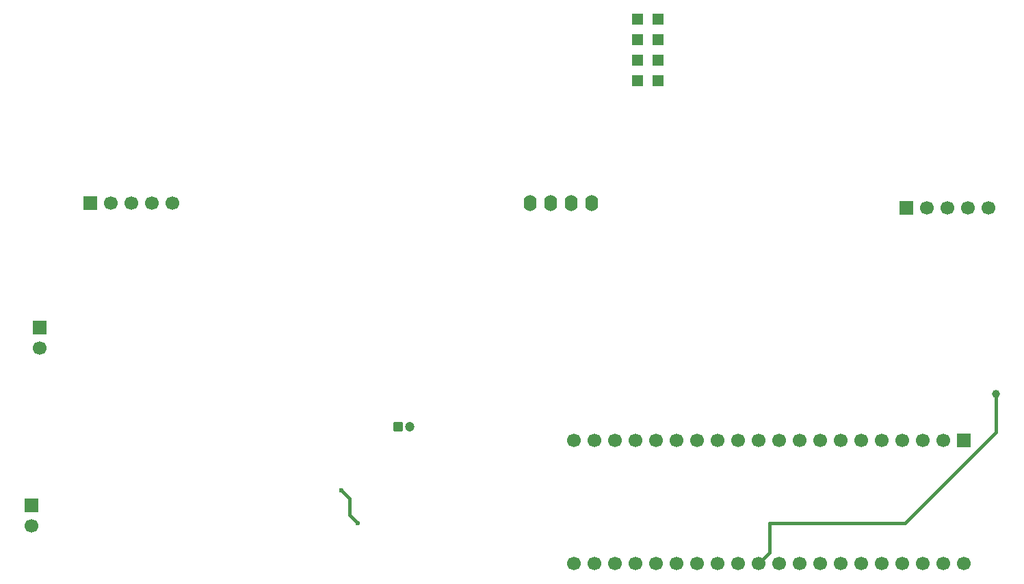
<source format=gtl>
%TF.GenerationSoftware,KiCad,Pcbnew,9.0.2*%
%TF.CreationDate,2025-07-07T16:52:20+05:30*%
%TF.ProjectId,Joystick,4a6f7973-7469-4636-9b2e-6b696361645f,rev?*%
%TF.SameCoordinates,Original*%
%TF.FileFunction,Copper,L1,Top*%
%TF.FilePolarity,Positive*%
%FSLAX46Y46*%
G04 Gerber Fmt 4.6, Leading zero omitted, Abs format (unit mm)*
G04 Created by KiCad (PCBNEW 9.0.2) date 2025-07-07 16:52:20*
%MOMM*%
%LPD*%
G01*
G04 APERTURE LIST*
G04 Aperture macros list*
%AMRoundRect*
0 Rectangle with rounded corners*
0 $1 Rounding radius*
0 $2 $3 $4 $5 $6 $7 $8 $9 X,Y pos of 4 corners*
0 Add a 4 corners polygon primitive as box body*
4,1,4,$2,$3,$4,$5,$6,$7,$8,$9,$2,$3,0*
0 Add four circle primitives for the rounded corners*
1,1,$1+$1,$2,$3*
1,1,$1+$1,$4,$5*
1,1,$1+$1,$6,$7*
1,1,$1+$1,$8,$9*
0 Add four rect primitives between the rounded corners*
20,1,$1+$1,$2,$3,$4,$5,0*
20,1,$1+$1,$4,$5,$6,$7,0*
20,1,$1+$1,$6,$7,$8,$9,0*
20,1,$1+$1,$8,$9,$2,$3,0*%
G04 Aperture macros list end*
%TA.AperFunction,ComponentPad*%
%ADD10R,1.700000X1.700000*%
%TD*%
%TA.AperFunction,ComponentPad*%
%ADD11C,1.700000*%
%TD*%
%TA.AperFunction,ComponentPad*%
%ADD12O,1.600000X2.000000*%
%TD*%
%TA.AperFunction,ComponentPad*%
%ADD13R,1.408000X1.408000*%
%TD*%
%TA.AperFunction,ComponentPad*%
%ADD14RoundRect,0.250000X-0.350000X-0.350000X0.350000X-0.350000X0.350000X0.350000X-0.350000X0.350000X0*%
%TD*%
%TA.AperFunction,ComponentPad*%
%ADD15C,1.200000*%
%TD*%
%TA.AperFunction,ViaPad*%
%ADD16C,0.600000*%
%TD*%
%TA.AperFunction,ViaPad*%
%ADD17C,1.000000*%
%TD*%
%TA.AperFunction,Conductor*%
%ADD18C,0.400000*%
%TD*%
G04 APERTURE END LIST*
D10*
%TO.P,J6,1,Pin_1*%
%TO.N,GND*%
X225920000Y-94000000D03*
D11*
%TO.P,J6,2,Pin_2*%
%TO.N,/VIN*%
X228460000Y-94000000D03*
%TO.P,J6,3,Pin_3*%
%TO.N,/VX*%
X231000000Y-94000000D03*
%TO.P,J6,4,Pin_4*%
%TO.N,/KY*%
X233540000Y-94000000D03*
%TO.P,J6,5,Pin_5*%
%TO.N,/S1*%
X236080000Y-94000000D03*
%TD*%
D10*
%TO.P,J5,1,Pin_1*%
%TO.N,GND*%
X124920000Y-93385000D03*
D11*
%TO.P,J5,2,Pin_2*%
%TO.N,/VIN*%
X127460000Y-93385000D03*
%TO.P,J5,3,Pin_3*%
%TO.N,/KX*%
X130000000Y-93385000D03*
%TO.P,J5,4,Pin_4*%
%TO.N,/VY*%
X132540000Y-93385000D03*
%TO.P,J5,5,Pin_5*%
%TO.N,/S2*%
X135080000Y-93385000D03*
%TD*%
D10*
%TO.P,J4,1,Pin_1*%
%TO.N,GND*%
X117615000Y-130825000D03*
D11*
%TO.P,J4,2,Pin_2*%
%TO.N,Net-(J3-Pin_1)*%
X117615000Y-133365000D03*
%TD*%
D10*
%TO.P,J3,1,Pin_1*%
%TO.N,Net-(J3-Pin_1)*%
X118615000Y-108825000D03*
D11*
%TO.P,J3,2,Pin_2*%
%TO.N,Net-(J3-Pin_2)*%
X118615000Y-111365000D03*
%TD*%
D10*
%TO.P,U1,1,PB12*%
%TO.N,Net-(U1-PB12)*%
X233080000Y-122760000D03*
D11*
%TO.P,U1,2,PB13*%
%TO.N,unconnected-(U1-PB13-Pad2)*%
X230540000Y-122760000D03*
%TO.P,U1,3,PB14*%
%TO.N,unconnected-(U1-PB14-Pad3)*%
X228000000Y-122760000D03*
%TO.P,U1,4,PB15*%
%TO.N,unconnected-(U1-PB15-Pad4)*%
X225460000Y-122760000D03*
%TO.P,U1,5,PA8*%
%TO.N,unconnected-(U1-PA8-Pad5)*%
X222920000Y-122760000D03*
%TO.P,U1,6,PA9*%
%TO.N,unconnected-(U1-PA9-Pad6)*%
X220380000Y-122760000D03*
%TO.P,U1,7,PA10*%
%TO.N,unconnected-(U1-PA10-Pad7)*%
X217840000Y-122760000D03*
%TO.P,U1,8,PA11*%
%TO.N,unconnected-(U1-PA11-Pad8)*%
X215300000Y-122760000D03*
%TO.P,U1,9,PA12*%
%TO.N,unconnected-(U1-PA12-Pad9)*%
X212760000Y-122760000D03*
%TO.P,U1,10,PA15*%
%TO.N,unconnected-(U1-PA15-Pad10)*%
X210220000Y-122760000D03*
%TO.P,U1,11,PB3*%
%TO.N,unconnected-(U1-PB3-Pad11)*%
X207680000Y-122760000D03*
%TO.P,U1,12,PB4*%
%TO.N,unconnected-(U1-PB4-Pad12)*%
X205140000Y-122760000D03*
%TO.P,U1,13,PB5*%
%TO.N,unconnected-(U1-PB5-Pad13)*%
X202600000Y-122760000D03*
%TO.P,U1,14,PB6*%
%TO.N,/SCL*%
X200060000Y-122760000D03*
%TO.P,U1,15,PB7*%
%TO.N,/SDL*%
X197520000Y-122760000D03*
%TO.P,U1,16,PB8*%
%TO.N,unconnected-(U1-PB8-Pad16)*%
X194980000Y-122760000D03*
%TO.P,U1,17,PB9*%
%TO.N,unconnected-(U1-PB9-Pad17)*%
X192440000Y-122760000D03*
%TO.P,U1,18,5V*%
%TO.N,/POW*%
X189900000Y-122760000D03*
%TO.P,U1,19,GND*%
%TO.N,GND*%
X187360000Y-122760000D03*
%TO.P,U1,20,3V3*%
%TO.N,/VIN*%
X184820000Y-122760000D03*
%TO.P,U1,21,VBat*%
%TO.N,unconnected-(U1-VBat-Pad21)*%
X184820000Y-138000000D03*
%TO.P,U1,22,PC13*%
%TO.N,unconnected-(U1-PC13-Pad22)*%
X187360000Y-138000000D03*
%TO.P,U1,23,PC14*%
%TO.N,unconnected-(U1-PC14-Pad23)*%
X189900000Y-138000000D03*
%TO.P,U1,24,PC15*%
%TO.N,/S1*%
X192440000Y-138000000D03*
%TO.P,U1,25,PA0*%
%TO.N,/KY*%
X194980000Y-138000000D03*
%TO.P,U1,26,PA1*%
%TO.N,/VX*%
X197520000Y-138000000D03*
%TO.P,U1,27,PA2*%
%TO.N,/VY*%
X200060000Y-138000000D03*
%TO.P,U1,28,PA3*%
%TO.N,/KX*%
X202600000Y-138000000D03*
%TO.P,U1,29,PA4*%
%TO.N,/S2*%
X205140000Y-138000000D03*
%TO.P,U1,30,PA5*%
%TO.N,Net-(U1-PA5)*%
X207680000Y-138000000D03*
%TO.P,U1,31,PA6*%
%TO.N,Net-(U1-PA6)*%
X210220000Y-138000000D03*
%TO.P,U1,32,PA7*%
%TO.N,Net-(U1-PA7)*%
X212760000Y-138000000D03*
%TO.P,U1,33,PB0*%
%TO.N,unconnected-(U1-PB0-Pad33)*%
X215300000Y-138000000D03*
%TO.P,U1,34,PB1*%
%TO.N,unconnected-(U1-PB1-Pad34)*%
X217840000Y-138000000D03*
%TO.P,U1,35,PB10*%
%TO.N,Net-(U1-PB10)*%
X220380000Y-138000000D03*
%TO.P,U1,36,PB11*%
%TO.N,unconnected-(U1-PB11-Pad36)*%
X222920000Y-138000000D03*
%TO.P,U1,37,RST*%
%TO.N,unconnected-(U1-RST-Pad37)*%
X225460000Y-138000000D03*
%TO.P,U1,38,3V3*%
%TO.N,unconnected-(U1-3V3-Pad38)*%
X228000000Y-138000000D03*
%TO.P,U1,39,GND*%
%TO.N,unconnected-(U1-GND-Pad39)*%
X230540000Y-138000000D03*
%TO.P,U1,40,GND*%
%TO.N,unconnected-(U1-GND-Pad40)*%
X233080000Y-138000000D03*
%TD*%
D12*
%TO.P,Brd1,1,GND*%
%TO.N,GND*%
X179380000Y-93400000D03*
%TO.P,Brd1,2,VCC*%
%TO.N,/VIN*%
X181920000Y-93400000D03*
%TO.P,Brd1,3,SCL*%
%TO.N,/SCL*%
X184460000Y-93400000D03*
%TO.P,Brd1,4,SDA*%
%TO.N,/SDL*%
X187000000Y-93400000D03*
%TD*%
D13*
%TO.P,U2,P$1,GND*%
%TO.N,GND*%
X195230000Y-78270000D03*
%TO.P,U2,P$2,VCC*%
%TO.N,/VIN*%
X192690000Y-78270000D03*
%TO.P,U2,P$3,CE*%
%TO.N,Net-(U1-PB12)*%
X195230000Y-75730000D03*
%TO.P,U2,P$4,CSN*%
%TO.N,Net-(U1-PB10)*%
X192690000Y-75730000D03*
%TO.P,U2,P$5,SCK*%
%TO.N,Net-(U1-PA5)*%
X195230000Y-73190000D03*
%TO.P,U2,P$6,MOSI*%
%TO.N,Net-(U1-PA7)*%
X192690000Y-73190000D03*
%TO.P,U2,P$7,MISO*%
%TO.N,Net-(U1-PA6)*%
X195230000Y-70650000D03*
%TO.P,U2,P$8,IRQ*%
%TO.N,unconnected-(U2-IRQ-PadP$8)*%
X192690000Y-70650000D03*
%TD*%
D14*
%TO.P,C2,1*%
%TO.N,/POW*%
X163000000Y-121100000D03*
D15*
%TO.P,C2,2*%
%TO.N,GND*%
X164500000Y-121100000D03*
%TD*%
D16*
%TO.N,/KX*%
X158000000Y-133000000D03*
X156000000Y-129000000D03*
D17*
%TO.N,Net-(U1-PA5)*%
X237000000Y-117000000D03*
%TD*%
D18*
%TO.N,/KX*%
X157000000Y-132000000D02*
X158000000Y-133000000D01*
X157000000Y-130000000D02*
X157000000Y-132000000D01*
X156000000Y-129000000D02*
X157000000Y-130000000D01*
%TO.N,Net-(U1-PA5)*%
X225742000Y-133000000D02*
X209000000Y-133000000D01*
X237000000Y-121742000D02*
X225742000Y-133000000D01*
X237000000Y-117000000D02*
X237000000Y-121742000D01*
X209000000Y-136680000D02*
X207680000Y-138000000D01*
X209000000Y-133000000D02*
X209000000Y-136680000D01*
%TD*%
M02*

</source>
